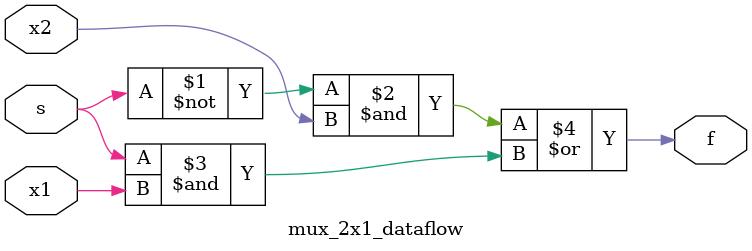
<source format=v>
`timescale 1ns / 1ps


//STRUCTURAL modelling pt.1
module mux_2x1_dataflow(  //Same as previous, but we'll use a function to describe the hardware
input x1, x2, s,
output f
    );
   assign f = ~s & x2 | s & x1; //cont. assignment, so use "assign"
   //Meaning^, if anything on the RHS changes, the LHS of the function will also cont. change
    
endmodule

</source>
